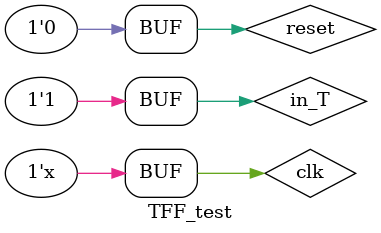
<source format=v>
`timescale 1ns / 1ps


module TFF_test;

	// Inputs
	reg in_T;
	reg clk;
	reg reset;

	// Outputs
	wire Q;
	wire QBar;

	// Instantiate the Unit Under Test (UUT)
	TFF uut (
		.Q(Q), 
		.QBar(QBar), 
		.in_T(in_T), 
		.clk(clk), 
		.reset(reset)
	);

	initial begin
		// Initialize Inputs
		in_T = 1;
		clk = 0;
		reset = 0;

		// Wait 100 ns for global reset to finish
		#100;
        
		// Add stimulus here
		reset = 1;
		#5 reset = 0;
	end
	
	always begin
		#20 clk = ~clk;
	end
      
endmodule


</source>
